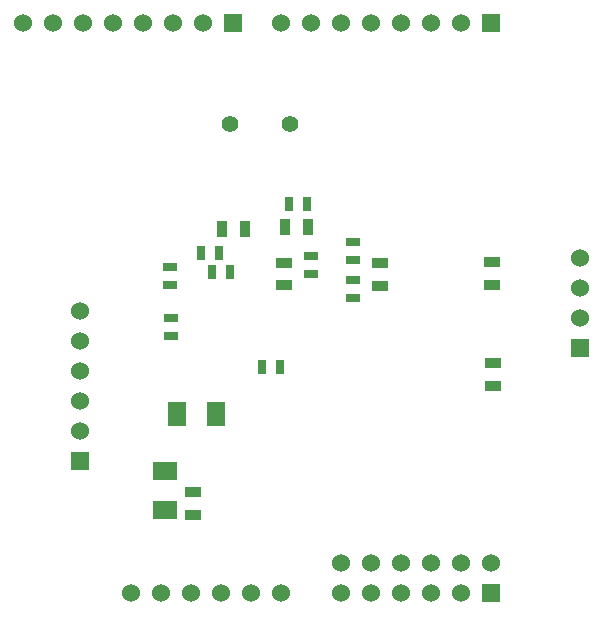
<source format=gbs>
G04 (created by PCBNEW (2013-07-07 BZR 4022)-stable) date 23/05/2015 19:38:58*
%MOIN*%
G04 Gerber Fmt 3.4, Leading zero omitted, Abs format*
%FSLAX34Y34*%
G01*
G70*
G90*
G04 APERTURE LIST*
%ADD10C,0.00590551*%
%ADD11R,0.08X0.06*%
%ADD12R,0.06X0.08*%
%ADD13R,0.035X0.055*%
%ADD14R,0.055X0.035*%
%ADD15R,0.025X0.045*%
%ADD16R,0.045X0.025*%
%ADD17R,0.06X0.06*%
%ADD18C,0.06*%
%ADD19C,0.056*%
G04 APERTURE END LIST*
G54D10*
G54D11*
X83980Y-56020D03*
X83980Y-54720D03*
G54D12*
X84360Y-52820D03*
X85660Y-52820D03*
G54D13*
X88720Y-46585D03*
X87970Y-46585D03*
G54D14*
X84890Y-56165D03*
X84890Y-55415D03*
X87935Y-47770D03*
X87935Y-48520D03*
G54D13*
X85880Y-46635D03*
X86630Y-46635D03*
G54D14*
X91125Y-47785D03*
X91125Y-48535D03*
G54D15*
X87200Y-51235D03*
X87800Y-51235D03*
G54D16*
X84140Y-48495D03*
X84140Y-47895D03*
X84180Y-49615D03*
X84180Y-50215D03*
X88835Y-48145D03*
X88835Y-47545D03*
G54D15*
X85180Y-47450D03*
X85780Y-47450D03*
G54D16*
X90225Y-48335D03*
X90225Y-48935D03*
G54D15*
X86140Y-48075D03*
X85540Y-48075D03*
X88690Y-45810D03*
X88090Y-45810D03*
G54D17*
X81130Y-54370D03*
G54D18*
X81130Y-53370D03*
X81130Y-52370D03*
X81130Y-51370D03*
X81130Y-50370D03*
X81130Y-49370D03*
G54D19*
X86135Y-43140D03*
X88135Y-43140D03*
G54D17*
X94844Y-39780D03*
G54D18*
X92844Y-39780D03*
X91844Y-39780D03*
X90844Y-39780D03*
X89844Y-39780D03*
X88844Y-39780D03*
X87844Y-39780D03*
G54D17*
X86244Y-39780D03*
G54D18*
X85244Y-39780D03*
X84244Y-39780D03*
X83244Y-39780D03*
X82244Y-39780D03*
X81245Y-39780D03*
X93844Y-39780D03*
G54D17*
X94844Y-58780D03*
G54D18*
X93844Y-58780D03*
X92844Y-58780D03*
X91844Y-58780D03*
X90844Y-58780D03*
X89844Y-58780D03*
X87844Y-58780D03*
X85844Y-58780D03*
X84844Y-58780D03*
X83844Y-58780D03*
X82844Y-58780D03*
X86844Y-58780D03*
X89844Y-57780D03*
X90844Y-57780D03*
X91844Y-57780D03*
X92844Y-57780D03*
X93844Y-57780D03*
X94844Y-57780D03*
X80245Y-39780D03*
X79245Y-39780D03*
G54D14*
X94865Y-47745D03*
X94865Y-48495D03*
X94890Y-51105D03*
X94890Y-51855D03*
G54D17*
X97785Y-50595D03*
G54D18*
X97785Y-49595D03*
X97785Y-48595D03*
X97785Y-47595D03*
G54D16*
X90235Y-47055D03*
X90235Y-47655D03*
M02*

</source>
